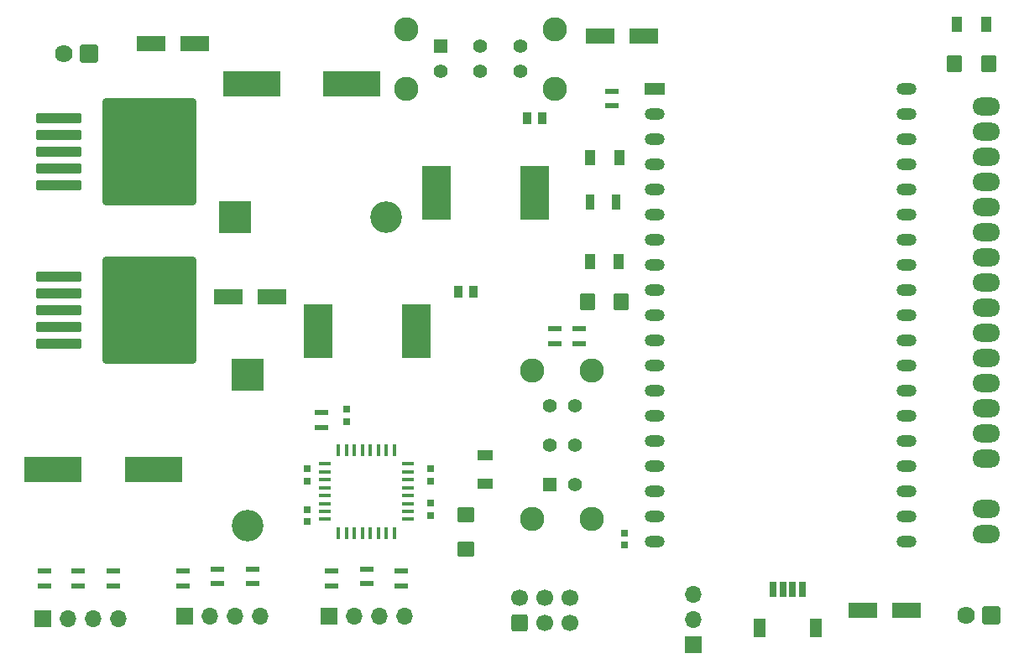
<source format=gbr>
%TF.GenerationSoftware,KiCad,Pcbnew,8.0.8*%
%TF.CreationDate,2025-02-10T18:39:17-05:00*%
%TF.ProjectId,draft,64726166-742e-46b6-9963-61645f706362,rev?*%
%TF.SameCoordinates,Original*%
%TF.FileFunction,Soldermask,Top*%
%TF.FilePolarity,Negative*%
%FSLAX46Y46*%
G04 Gerber Fmt 4.6, Leading zero omitted, Abs format (unit mm)*
G04 Created by KiCad (PCBNEW 8.0.8) date 2025-02-10 18:39:17*
%MOMM*%
%LPD*%
G01*
G04 APERTURE LIST*
G04 Aperture macros list*
%AMRoundRect*
0 Rectangle with rounded corners*
0 $1 Rounding radius*
0 $2 $3 $4 $5 $6 $7 $8 $9 X,Y pos of 4 corners*
0 Add a 4 corners polygon primitive as box body*
4,1,4,$2,$3,$4,$5,$6,$7,$8,$9,$2,$3,0*
0 Add four circle primitives for the rounded corners*
1,1,$1+$1,$2,$3*
1,1,$1+$1,$4,$5*
1,1,$1+$1,$6,$7*
1,1,$1+$1,$8,$9*
0 Add four rect primitives between the rounded corners*
20,1,$1+$1,$2,$3,$4,$5,0*
20,1,$1+$1,$4,$5,$6,$7,0*
20,1,$1+$1,$6,$7,$8,$9,0*
20,1,$1+$1,$8,$9,$2,$3,0*%
G04 Aperture macros list end*
%ADD10R,1.700000X1.700000*%
%ADD11O,1.700000X1.700000*%
%ADD12R,0.660400X1.549400*%
%ADD13R,1.295400X1.905000*%
%ADD14R,1.371600X0.609600*%
%ADD15R,0.762000X0.660400*%
%ADD16O,2.800000X1.800000*%
%ADD17RoundRect,0.102000X-0.604000X-0.604000X0.604000X-0.604000X0.604000X0.604000X-0.604000X0.604000X0*%
%ADD18C,1.412000*%
%ADD19C,2.454000*%
%ADD20RoundRect,0.250000X0.600000X-0.600000X0.600000X0.600000X-0.600000X0.600000X-0.600000X-0.600000X0*%
%ADD21C,1.700000*%
%ADD22R,0.863600X1.295400*%
%ADD23RoundRect,0.250000X-2.050000X-0.300000X2.050000X-0.300000X2.050000X0.300000X-2.050000X0.300000X0*%
%ADD24RoundRect,0.250002X-4.449998X-5.149998X4.449998X-5.149998X4.449998X5.149998X-4.449998X5.149998X0*%
%ADD25R,1.100000X1.650000*%
%ADD26R,1.156400X0.450000*%
%ADD27R,0.450000X1.156400*%
%ADD28RoundRect,0.102000X-0.625000X-0.750000X0.625000X-0.750000X0.625000X0.750000X-0.625000X0.750000X0*%
%ADD29R,3.000000X1.600000*%
%ADD30RoundRect,0.102000X-0.787500X-0.787500X0.787500X-0.787500X0.787500X0.787500X-0.787500X0.787500X0*%
%ADD31C,1.779000*%
%ADD32R,2.900000X5.400000*%
%ADD33R,5.800000X2.500000*%
%ADD34R,3.200000X3.200000*%
%ADD35O,3.200000X3.200000*%
%ADD36R,0.902399X1.549197*%
%ADD37RoundRect,0.102000X0.604000X-0.604000X0.604000X0.604000X-0.604000X0.604000X-0.604000X-0.604000X0*%
%ADD38RoundRect,0.102000X0.750000X-0.625000X0.750000X0.625000X-0.750000X0.625000X-0.750000X-0.625000X0*%
%ADD39R,2.000000X1.200000*%
%ADD40O,2.000000X1.200000*%
%ADD41R,1.650000X1.100000*%
G04 APERTURE END LIST*
D10*
%TO.C,J4*%
X124700000Y-111250700D03*
D11*
X127240000Y-111250700D03*
X129780000Y-111250700D03*
X132320000Y-111250700D03*
%TD*%
D12*
%TO.C,J6*%
X184000000Y-108561500D03*
X185000001Y-108561500D03*
X185999999Y-108561500D03*
X187000000Y-108561500D03*
D13*
X188299999Y-112436501D03*
X182700001Y-112436501D03*
%TD*%
D14*
%TO.C,R4*%
X146500000Y-108249300D03*
X146500000Y-106750700D03*
%TD*%
%TO.C,R11*%
X167750700Y-58250700D03*
X167750700Y-59749300D03*
%TD*%
D15*
%TO.C,C2*%
X137000000Y-100500000D03*
X137000000Y-101744600D03*
%TD*%
D16*
%TO.C,U4*%
X205500000Y-102980000D03*
X205500000Y-100440000D03*
X205500000Y-95360000D03*
X205500000Y-92820000D03*
X205500000Y-90280000D03*
X205500000Y-87740000D03*
X205500000Y-85200000D03*
X205500000Y-82660000D03*
X205500000Y-80120000D03*
X205500000Y-77580000D03*
X205500000Y-75040000D03*
X205500000Y-72500000D03*
X205500000Y-69960000D03*
X205500000Y-67420000D03*
X205500000Y-64880000D03*
X205500000Y-62340000D03*
X205500000Y-59800000D03*
%TD*%
D17*
%TO.C,S3*%
X150500000Y-53750000D03*
D18*
X154500000Y-53750000D03*
X158500000Y-53750000D03*
X150500000Y-56250000D03*
X154500000Y-56250000D03*
X158500000Y-56250000D03*
D19*
X147000000Y-52000000D03*
X162000000Y-52000000D03*
X162000000Y-58000000D03*
X147000000Y-58000000D03*
%TD*%
D20*
%TO.C,J7*%
X158420000Y-112000000D03*
D21*
X158420000Y-109460000D03*
X160960000Y-112000000D03*
X160960000Y-109460000D03*
X163500000Y-112000000D03*
X163500000Y-109460000D03*
%TD*%
D22*
%TO.C,C4*%
X159225300Y-61000000D03*
X160774700Y-61000000D03*
%TD*%
D14*
%TO.C,R16*%
X162000000Y-82250700D03*
X162000000Y-83749300D03*
%TD*%
D23*
%TO.C,U2*%
X112000000Y-61000000D03*
X112000000Y-62700000D03*
X112000000Y-64400000D03*
D24*
X121150000Y-64400000D03*
D23*
X112000000Y-66100000D03*
X112000000Y-67800000D03*
%TD*%
D22*
%TO.C,C8*%
X152225300Y-78500000D03*
X153774700Y-78500000D03*
%TD*%
D25*
%TO.C,LED2*%
X165600000Y-65000000D03*
X168500000Y-65000000D03*
%TD*%
D14*
%TO.C,R1*%
X128000000Y-108000000D03*
X128000000Y-106501400D03*
%TD*%
D26*
%TO.C,U5*%
X138800800Y-95899200D03*
X138800800Y-96699198D03*
X138800800Y-97499199D03*
X138800800Y-98299200D03*
X138800800Y-99099198D03*
X138800800Y-99899199D03*
X138800800Y-100699198D03*
X138800800Y-101499198D03*
D27*
X140200000Y-102898398D03*
X140999998Y-102898398D03*
X141799999Y-102898398D03*
X142600000Y-102898398D03*
X143399998Y-102898398D03*
X144199999Y-102898398D03*
X144999998Y-102898398D03*
X145799998Y-102898398D03*
D26*
X147199198Y-101499198D03*
X147199198Y-100699200D03*
X147199198Y-99899199D03*
X147199198Y-99099198D03*
X147199198Y-98299200D03*
X147199198Y-97499199D03*
X147199198Y-96699200D03*
X147199198Y-95899200D03*
D27*
X145799998Y-94500000D03*
X145000000Y-94500000D03*
X144199999Y-94500000D03*
X143399998Y-94500000D03*
X142600000Y-94500000D03*
X141799999Y-94500000D03*
X141000000Y-94500000D03*
X140200000Y-94500000D03*
%TD*%
D15*
%TO.C,C1*%
X137000000Y-97622300D03*
X137000000Y-96377700D03*
%TD*%
%TO.C,C7*%
X149500000Y-97622300D03*
X149500000Y-96377700D03*
%TD*%
%TO.C,C6*%
X141000000Y-91622300D03*
X141000000Y-90377700D03*
%TD*%
D25*
%TO.C,LED3*%
X165550000Y-75500000D03*
X168450000Y-75500000D03*
%TD*%
D28*
%TO.C,R12*%
X202325000Y-55500000D03*
X205775000Y-55500000D03*
%TD*%
D29*
%TO.C,CP2*%
X129100000Y-79000000D03*
X133500000Y-79000000D03*
%TD*%
D23*
%TO.C,U3*%
X112000000Y-77000000D03*
X112000000Y-78700000D03*
X112000000Y-80400000D03*
D24*
X121150000Y-80400000D03*
D23*
X112000000Y-82100000D03*
X112000000Y-83800000D03*
%TD*%
D30*
%TO.C,J1*%
X115000000Y-54500000D03*
D31*
X112500000Y-54500000D03*
%TD*%
D14*
%TO.C,R9*%
X124500000Y-108249300D03*
X124500000Y-106750700D03*
%TD*%
D32*
%TO.C,L2*%
X138100000Y-82500000D03*
X148000000Y-82500000D03*
%TD*%
D10*
%TO.C,J3*%
X110380000Y-111500000D03*
D11*
X112920000Y-111500000D03*
X115460000Y-111500000D03*
X118000000Y-111500000D03*
%TD*%
D10*
%TO.C,J5*%
X139200000Y-111250700D03*
D11*
X141740000Y-111250700D03*
X144280000Y-111250700D03*
X146820000Y-111250700D03*
%TD*%
D30*
%TO.C,J8*%
X206000000Y-111160000D03*
D31*
X203500000Y-111160000D03*
%TD*%
D29*
%TO.C,CP6*%
X166600000Y-52660000D03*
X171000000Y-52660000D03*
%TD*%
D33*
%TO.C,CP4*%
X111400000Y-96500000D03*
X121500000Y-96500000D03*
%TD*%
D34*
%TO.C,D1*%
X129760000Y-71000000D03*
D35*
X145000000Y-71000000D03*
%TD*%
D15*
%TO.C,C5*%
X169000000Y-102877700D03*
X169000000Y-104122300D03*
%TD*%
D36*
%TO.C,R13*%
X165600000Y-69500000D03*
X168202396Y-69500000D03*
%TD*%
D37*
%TO.C,S2*%
X161500000Y-98000000D03*
D18*
X161500000Y-94000000D03*
X161500000Y-90000000D03*
X164000000Y-98000000D03*
X164000000Y-94000000D03*
X164000000Y-90000000D03*
D19*
X159750000Y-101500000D03*
X159750000Y-86500000D03*
X165750000Y-86500000D03*
X165750000Y-101500000D03*
%TD*%
D14*
%TO.C,R10*%
X139500000Y-108249300D03*
X139500000Y-106750700D03*
%TD*%
%TO.C,R7*%
X138500000Y-92249300D03*
X138500000Y-90750700D03*
%TD*%
D38*
%TO.C,R15*%
X153000000Y-104500000D03*
X153000000Y-101050000D03*
%TD*%
D14*
%TO.C,R3*%
X143000000Y-108000000D03*
X143000000Y-106501400D03*
%TD*%
D32*
%TO.C,L1*%
X150050000Y-68500000D03*
X159950000Y-68500000D03*
%TD*%
D39*
%TO.C,U1*%
X172100000Y-58060000D03*
D40*
X172100000Y-60600000D03*
X172100000Y-63140000D03*
X172100000Y-65680000D03*
X172100000Y-68220000D03*
X172100000Y-70760000D03*
X172100000Y-73300000D03*
X172100000Y-75840000D03*
X172100000Y-78380000D03*
X172100000Y-80920000D03*
X172100000Y-83460000D03*
X172100000Y-86000000D03*
X172100000Y-88540000D03*
X172100000Y-91080000D03*
X172100000Y-93620000D03*
X172100000Y-96160000D03*
X172100000Y-98700000D03*
X172100000Y-101240000D03*
X172100000Y-103780000D03*
X197496320Y-103777280D03*
X197496320Y-101237280D03*
X197500000Y-98700000D03*
X197500000Y-96160000D03*
X197500000Y-93620000D03*
X197500000Y-91080000D03*
X197500000Y-88540000D03*
X197500000Y-86000000D03*
X197500000Y-83460000D03*
X197500000Y-80920000D03*
X197500000Y-78380000D03*
X197500000Y-75840000D03*
X197500000Y-73300000D03*
X197500000Y-70760000D03*
X197500000Y-68220000D03*
X197500000Y-65680000D03*
X197500000Y-63140000D03*
X197500000Y-60600000D03*
X197500000Y-58060000D03*
%TD*%
D14*
%TO.C,R17*%
X164500000Y-82250700D03*
X164500000Y-83749300D03*
%TD*%
D34*
%TO.C,D2*%
X131000000Y-86880000D03*
D35*
X131000000Y-102120000D03*
%TD*%
D15*
%TO.C,C3*%
X149500000Y-101122300D03*
X149500000Y-99877700D03*
%TD*%
D14*
%TO.C,R6*%
X117500000Y-108249300D03*
X117500000Y-106750700D03*
%TD*%
%TO.C,R2*%
X131500000Y-108000000D03*
X131500000Y-106501400D03*
%TD*%
D33*
%TO.C,CP3*%
X131400000Y-57500000D03*
X141500000Y-57500000D03*
%TD*%
D28*
%TO.C,R14*%
X165275000Y-79500000D03*
X168725000Y-79500000D03*
%TD*%
D14*
%TO.C,R5*%
X113920000Y-108249300D03*
X113920000Y-106750700D03*
%TD*%
D25*
%TO.C,LED1*%
X202600000Y-51500000D03*
X205500000Y-51500000D03*
%TD*%
D14*
%TO.C,R8*%
X110500000Y-108249300D03*
X110500000Y-106750700D03*
%TD*%
D29*
%TO.C,CP1*%
X121300000Y-53500000D03*
X125700000Y-53500000D03*
%TD*%
D10*
%TO.C,J2*%
X176000000Y-114160000D03*
D11*
X176000000Y-111620000D03*
X176000000Y-109080000D03*
%TD*%
D41*
%TO.C,LED4*%
X155000000Y-97950000D03*
X155000000Y-95050000D03*
%TD*%
D29*
%TO.C,CP5*%
X193100000Y-110660000D03*
X197500000Y-110660000D03*
%TD*%
M02*

</source>
